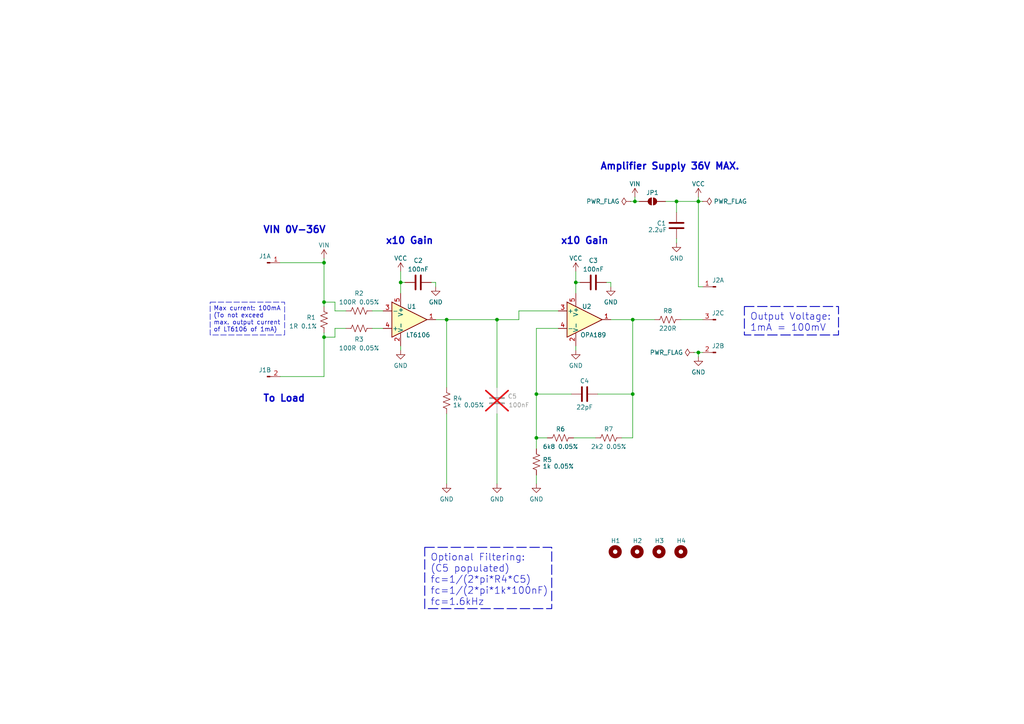
<source format=kicad_sch>
(kicad_sch (version 20230121) (generator eeschema)
  (paper "A4")
  (title_block (title "Current Sense Amplifier") (date "2023-02-27") (rev "A") (company "Designed by Tobias N.") (comment 4 "- Current Sense Amplifier -"))
  (lib_symbols
    (symbol "CurrentSenseAmplifier:C_0402_(1005_Metric)" (pin_numbers hide) (pin_names hide)
      (property "Reference" "C" (at 3.81 1.27 0))
      (property "Value" "Value" (at 6.35 -2.54 0))
      (symbol "C_0402_(1005_Metric)_0_1"
        (polyline (pts (xy -2.032 -0.762) (xy 2.032 -0.762)) (stroke (width 0.508)))
        (polyline (pts (xy -2.032 0.762) (xy 2.032 0.762)) (stroke (width 0.508)))
      )
      (symbol "C_0402_(1005_Metric)_1_1"
        (pin passive line (at 0 3.81 270) (length 2.794) (name "~") (number "1"))
        (pin passive line (at 0 -3.81 90) (length 2.794) (name "~") (number "2"))
      )
    )
    (symbol "CurrentSenseAmplifier:C_1206_(3216_Metric)" (pin_numbers hide) (pin_names hide)
      (property "Reference" "C" (at 3.81 1.27 0))
      (property "Value" "Value" (at 6.35 -2.54 0))
      (symbol "C_1206_(3216_Metric)_0_1"
        (polyline (pts (xy -2.032 -0.762) (xy 2.032 -0.762)) (stroke (width 0.508)))
        (polyline (pts (xy -2.032 0.762) (xy 2.032 0.762)) (stroke (width 0.508)))
      )
      (symbol "C_1206_(3216_Metric)_1_1"
        (pin passive line (at 0 3.81 270) (length 2.794) (name "~") (number "1"))
        (pin passive line (at 0 -3.81 90) (length 2.794) (name "~") (number "2"))
      )
    )
    (symbol "CurrentSenseAmplifier:LT6106" (pin_names (offset 0.127))
      (property "Reference" "U" (at 1.27 5.08 0))
      (property "Value" "LT6106" (at 0 -5.08 0))
      (symbol "LT6106_0_1"
        (polyline (pts (xy -5.08 5.08) (xy 5.08 0) (xy -5.08 -5.08) (xy -5.08 5.08)) (stroke (width 0.254)) (fill (type background)))
      )
      (symbol "LT6106_1_1"
        (pin open_collector line (at 7.62 0 180) (length 2.54) (name "~") (number "1"))
        (pin power_in line (at -2.54 -7.62 90) (length 3.81) (name "V-") (number "2"))
        (pin input line (at -7.62 2.54 0) (length 2.54) (name "-") (number "3"))
        (pin input line (at -7.62 -2.54 0) (length 2.54) (name "+") (number "4"))
        (pin power_in line (at -2.54 7.62 270) (length 3.81) (name "V+") (number "5"))
      )
    )
    (symbol "CurrentSenseAmplifier:MountingHole" (pin_names (offset 1.016))
      (property "Reference" "H" (at 0 5.08 0))
      (symbol "MountingHole_0_1"
        (circle (center 0 0) (radius 1.27) (stroke (width 1.27)))
      )
    )
    (symbol "CurrentSenseAmplifier:OPA189" (pin_names (offset 0.127))
      (property "Reference" "U" (at 0 5.08 0))
      (property "Value" "OPA189" (at 0 -3.81 0))
      (symbol "OPA189_0_1"
        (polyline (pts (xy -5.08 5.08) (xy 5.08 0) (xy -5.08 -5.08) (xy -5.08 5.08)) (stroke (width 0.254)) (fill (type background)))
        (pin power_in line (at -2.54 -7.62 90) (length 3.81) (name "V-") (number "2"))
        (pin power_in line (at -2.54 7.62 270) (length 3.81) (name "V+") (number "5"))
      )
      (symbol "OPA189_1_1"
        (pin output line (at 7.62 0 180) (length 2.54) (name "~") (number "1"))
        (pin input line (at -7.62 2.54 0) (length 2.54) (name "+") (number "3"))
        (pin input line (at -7.62 -2.54 0) (length 2.54) (name "-") (number "4"))
      )
    )
    (symbol "CurrentSenseAmplifier:PinHeader_1x02_P2.54mm_Vertical" (pin_names hide)
      (property "Reference" "J" (at 0 2.54 0))
      (property "Value" "Header_1x03_P2.54" (at 1.27 -5.08 0))
      (symbol "PinHeader_1x02_P2.54mm_Vertical_1_1"
        (rectangle (start -3.81 0.127) (end -2.9464 -0.127) (stroke (width 0.1524)) (fill (type outline)))
        (polyline (pts (xy -2.54 0) (xy -2.9464 0)) (stroke (width 0.1524)))
        (pin passive line (at 0 0 180) (length 2.54) (name "1") (number "1"))
      )
      (symbol "PinHeader_1x02_P2.54mm_Vertical_2_0"
        (pin passive line (at 0 0 180) (length 2.54) (name "2") (number "2"))
      )
      (symbol "PinHeader_1x02_P2.54mm_Vertical_2_1"
        (rectangle (start -3.81 0.127) (end -2.9464 -0.127) (stroke (width 0.1524)) (fill (type outline)))
        (polyline (pts (xy -2.54 0) (xy -2.9464 0)) (stroke (width 0.1524)))
      )
    )
    (symbol "CurrentSenseAmplifier:PinHeader_1x03_P2.54mm_Vertical" (pin_names hide)
      (property "Reference" "J" (at 0 2.54 0))
      (property "Value" "Header_1x03_P2.54" (at 1.27 -5.08 0))
      (symbol "PinHeader_1x03_P2.54mm_Vertical_1_1"
        (rectangle (start -3.81 0.127) (end -2.9464 -0.127) (stroke (width 0.1524)) (fill (type outline)))
        (polyline (pts (xy -2.54 0) (xy -2.9464 0)) (stroke (width 0.1524)))
        (pin passive line (at 0 0 180) (length 2.54) (name "1") (number "1"))
      )
      (symbol "PinHeader_1x03_P2.54mm_Vertical_2_0"
        (pin passive line (at 0 0 180) (length 2.54) (name "2") (number "2"))
      )
      (symbol "PinHeader_1x03_P2.54mm_Vertical_2_1"
        (rectangle (start -3.81 0.127) (end -2.9464 -0.127) (stroke (width 0.1524)) (fill (type outline)))
        (polyline (pts (xy -2.54 0) (xy -2.9464 0)) (stroke (width 0.1524)))
      )
      (symbol "PinHeader_1x03_P2.54mm_Vertical_3_0"
        (pin passive line (at 0 0 180) (length 2.54) (name "3") (number "3"))
      )
      (symbol "PinHeader_1x03_P2.54mm_Vertical_3_1"
        (rectangle (start -3.81 0.127) (end -2.9464 -0.127) (stroke (width 0.1524)) (fill (type outline)))
        (polyline (pts (xy -2.54 0) (xy -2.9464 0)) (stroke (width 0.1524)))
      )
    )
    (symbol "CurrentSenseAmplifier:R_0402_(1005_Metric)" (pin_numbers hide) (pin_names hide)
      (property "Reference" "R" (at 2.54 1.27 0))
      (property "Value" "Value" (at 5.08 -1.27 0))
      (symbol "R_0402_(1005_Metric)_0_1"
        (polyline (pts (xy 0 -2.286) (xy 0 -2.54)))
        (polyline (pts (xy 0 2.286) (xy 0 2.54)))
        (polyline (pts (xy 0 -0.762) (xy 1.016 -1.143) (xy 0 -1.524) (xy -1.016 -1.905) (xy 0 -2.286)))
        (polyline (pts (xy 0 0.762) (xy 1.016 0.381) (xy 0 0) (xy -1.016 -0.381) (xy 0 -0.762)))
        (polyline (pts (xy 0 2.286) (xy 1.016 1.905) (xy 0 1.524) (xy -1.016 1.143) (xy 0 0.762)))
      )
      (symbol "R_0402_(1005_Metric)_1_1"
        (pin passive line (at 0 3.81 270) (length 1.27) (name "~") (number "1"))
        (pin passive line (at 0 -3.81 90) (length 1.27) (name "~") (number "2"))
      )
    )
    (symbol "CurrentSenseAmplifier:R_1206_(3216_Metric)" (pin_numbers hide) (pin_names hide)
      (property "Reference" "R" (at 2.54 1.27 0))
      (property "Value" "Value" (at 5.08 -1.27 0))
      (symbol "R_1206_(3216_Metric)_0_1"
        (polyline (pts (xy 0 -2.286) (xy 0 -2.54)))
        (polyline (pts (xy 0 2.286) (xy 0 2.54)))
        (polyline (pts (xy 0 -0.762) (xy 1.016 -1.143) (xy 0 -1.524) (xy -1.016 -1.905) (xy 0 -2.286)))
        (polyline (pts (xy 0 0.762) (xy 1.016 0.381) (xy 0 0) (xy -1.016 -0.381) (xy 0 -0.762)))
        (polyline (pts (xy 0 2.286) (xy 1.016 1.905) (xy 0 1.524) (xy -1.016 1.143) (xy 0 0.762)))
      )
      (symbol "R_1206_(3216_Metric)_1_1"
        (pin passive line (at 0 3.81 270) (length 1.27) (name "~") (number "1"))
        (pin passive line (at 0 -3.81 90) (length 1.27) (name "~") (number "2"))
      )
    )
    (symbol "CurrentSenseAmplifier:SolderJumper_2" (pin_numbers hide) (pin_names (offset 0) hide) (in_bom no)
      (property "Reference" "JP" (at 0 2.032 0))
      (symbol "SolderJumper_2_0_1"
        (arc (start -0.254 1.016) (mid -1.2656 0) (end -0.254 -1.016))
        (arc (start -0.254 1.016) (mid -1.2656 0) (end -0.254 -1.016) (fill (type outline)))
        (polyline (pts (xy -0.254 1.016) (xy -0.254 -1.016)))
        (polyline (pts (xy 0.254 1.016) (xy 0.254 -1.016)))
        (arc (start 0.254 -1.016) (mid 1.2656 0) (end 0.254 1.016))
        (arc (start 0.254 -1.016) (mid 1.2656 0) (end 0.254 1.016) (fill (type outline)))
      )
      (symbol "SolderJumper_2_1_1"
        (pin passive line (at -3.81 0 0) (length 2.54) (name "A") (number "1"))
        (pin passive line (at 3.81 0 180) (length 2.54) (name "B") (number "2"))
      )
    )
    (symbol "CurrentSenseAmplifier:VIN" (power) (in_bom no) (on_board no)
      (property "Value" "VIN" (at 0 3.81 0))
      (symbol "VIN_0_1"
        (polyline (pts (xy -0.762 1.27) (xy 0 2.54)))
        (polyline (pts (xy 0 0) (xy 0 2.54)))
        (polyline (pts (xy 0 2.54) (xy 0.762 1.27)))
      )
      (symbol "VIN_1_1"
        (pin power_in line (at 0 0 90) (length 0) hide (name "VIN") (number "1"))
      )
    )
    (symbol "power:GND" (power) (pin_names (offset 0))
      (property "Value" "GND" (at 0 -3.81 0))
      (symbol "GND_0_1"
        (polyline (pts (xy 0 0) (xy 0 -1.27) (xy 1.27 -1.27) (xy 0 -2.54) (xy -1.27 -1.27) (xy 0 -1.27)))
      )
      (symbol "GND_1_1"
        (pin power_in line (at 0 0 270) (length 0) hide (name "GND") (number "1"))
      )
    )
    (symbol "power:PWR_FLAG" (power) (pin_numbers hide) (pin_names (offset 0) hide)
      (property "Value" "PWR_FLAG" (at 0 3.81 0))
      (symbol "PWR_FLAG_0_0"
        (pin power_out line (at 0 0 90) (length 0) (name "pwr") (number "1"))
      )
      (symbol "PWR_FLAG_0_1"
        (polyline (pts (xy 0 0) (xy 0 1.27) (xy -1.016 1.905) (xy 0 2.54) (xy 1.016 1.905) (xy 0 1.27)))
      )
    )
    (symbol "power:VCC" (power) (pin_names (offset 0))
      (property "Value" "VCC" (at 0 3.81 0))
      (symbol "VCC_0_1"
        (polyline (pts (xy -0.762 1.27) (xy 0 2.54)))
        (polyline (pts (xy 0 0) (xy 0 2.54)))
        (polyline (pts (xy 0 2.54) (xy 0.762 1.27)))
      )
      (symbol "VCC_1_1"
        (pin power_in line (at 0 0 90) (length 0) hide (name "VCC") (number "1"))
      )
    )
  )
  (junction (at 196.215 58.42))
  (junction (at 202.565 102.235))
  (junction (at 167.005 81.915))
  (junction (at 129.54 92.71))
  (junction (at 183.515 92.71))
  (junction (at 116.205 81.915))
  (junction (at 184.15 58.42))
  (junction (at 155.575 127))
  (junction (at 144.145 92.71))
  (junction (at 155.575 114.3))
  (junction (at 202.565 58.42))
  (junction (at 93.98 87.63))
  (junction (at 183.515 114.3))
  (junction (at 93.98 76.2))
  (junction (at 93.98 97.79))
  (wire (pts (xy 184.15 58.42) (xy 185.42 58.42)))
  (wire (pts (xy 168.275 81.915) (xy 167.005 81.915)))
  (wire (pts (xy 202.565 103.505) (xy 202.565 102.235)))
  (wire (pts (xy 183.515 127) (xy 183.515 114.3)))
  (wire (pts (xy 202.565 58.42) (xy 202.565 83.185)))
  (wire (pts (xy 202.565 58.42) (xy 203.835 58.42)))
  (wire (pts (xy 184.15 57.15) (xy 184.15 58.42)))
  (wire (pts (xy 117.475 81.915) (xy 116.205 81.915)))
  (wire (pts (xy 180.34 127) (xy 183.515 127)))
  (wire (pts (xy 197.485 92.71) (xy 203.835 92.71)))
  (wire (pts (xy 196.215 58.42) (xy 196.215 61.595)))
  (wire (pts (xy 93.98 74.93) (xy 93.98 76.2)))
  (wire (pts (xy 193.04 58.42) (xy 196.215 58.42)))
  (wire (pts (xy 182.88 58.42) (xy 184.15 58.42)))
  (wire (pts (xy 126.365 92.71) (xy 129.54 92.71)))
  (wire (pts (xy 155.575 95.25) (xy 161.925 95.25)))
  (wire (pts (xy 93.98 96.52) (xy 93.98 97.79)))
  (wire (pts (xy 183.515 114.3) (xy 183.515 92.71)))
  (wire (pts (xy 167.005 81.915) (xy 167.005 78.74)))
  (wire (pts (xy 97.155 90.17) (xy 100.33 90.17)))
  (wire (pts (xy 183.515 92.71) (xy 189.865 92.71)))
  (wire (pts (xy 129.54 112.395) (xy 129.54 92.71)))
  (wire (pts (xy 150.495 90.17) (xy 150.495 92.71)))
  (wire (pts (xy 177.165 83.185) (xy 177.165 81.915)))
  (wire (pts (xy 167.005 100.33) (xy 167.005 101.6)))
  (wire (pts (xy 81.28 76.2) (xy 93.98 76.2)))
  (wire (pts (xy 166.37 127) (xy 172.72 127)))
  (wire (pts (xy 97.155 87.63) (xy 93.98 87.63)))
  (wire (pts (xy 93.98 76.2) (xy 93.98 87.63)))
  (wire (pts (xy 183.515 92.71) (xy 177.165 92.71)))
  (wire (pts (xy 155.575 130.175) (xy 155.575 127)))
  (wire (pts (xy 107.95 95.25) (xy 111.125 95.25)))
  (wire (pts (xy 202.565 83.185) (xy 203.835 83.185)))
  (wire (pts (xy 126.365 83.185) (xy 126.365 81.915)))
  (wire (pts (xy 97.155 95.25) (xy 100.33 95.25)))
  (wire (pts (xy 155.575 114.3) (xy 155.575 95.25)))
  (wire (pts (xy 155.575 127) (xy 155.575 114.3)))
  (wire (pts (xy 129.54 120.015) (xy 129.54 140.335)))
  (wire (pts (xy 202.565 102.235) (xy 203.835 102.235)))
  (wire (pts (xy 116.205 81.915) (xy 116.205 78.74)))
  (wire (pts (xy 97.155 95.25) (xy 97.155 97.79)))
  (wire (pts (xy 144.145 92.71) (xy 144.145 112.395)))
  (wire (pts (xy 116.205 101.6) (xy 116.205 100.33)))
  (wire (pts (xy 126.365 81.915) (xy 125.095 81.915)))
  (wire (pts (xy 155.575 140.335) (xy 155.575 137.795)))
  (wire (pts (xy 144.145 140.335) (xy 144.145 120.015)))
  (wire (pts (xy 196.215 69.215) (xy 196.215 70.485)))
  (wire (pts (xy 93.98 87.63) (xy 93.98 88.9)))
  (wire (pts (xy 150.495 92.71) (xy 144.145 92.71)))
  (wire (pts (xy 202.565 57.15) (xy 202.565 58.42)))
  (wire (pts (xy 167.005 81.915) (xy 167.005 85.09)))
  (wire (pts (xy 173.355 114.3) (xy 183.515 114.3)))
  (wire (pts (xy 93.98 97.79) (xy 93.98 109.22)))
  (wire (pts (xy 93.98 97.79) (xy 97.155 97.79)))
  (wire (pts (xy 97.155 90.17) (xy 97.155 87.63)))
  (wire (pts (xy 144.145 92.71) (xy 129.54 92.71)))
  (wire (pts (xy 116.205 81.915) (xy 116.205 85.09)))
  (wire (pts (xy 155.575 127) (xy 158.75 127)))
  (wire (pts (xy 177.165 81.915) (xy 175.895 81.915)))
  (wire (pts (xy 161.925 90.17) (xy 150.495 90.17)))
  (wire (pts (xy 81.28 109.22) (xy 93.98 109.22)))
  (wire (pts (xy 107.95 90.17) (xy 111.125 90.17)))
  (wire (pts (xy 155.575 114.3) (xy 165.735 114.3)))
  (wire (pts (xy 201.295 102.235) (xy 202.565 102.235)))
  (wire (pts (xy 202.565 58.42) (xy 196.215 58.42)))
  (text_box "Output Voltage:\n1mA = 100mV" (at 215.9 88.9 0) (size 27.305 8.255) (stroke (width 0.254) (type dash)) (effects (font (size 2 2)) (justify left top)))
  (text_box "Optional Filtering:\n(C5 populated)\nfc=1/(2*pi*R4*C5)\nfc=1/(2*pi*1k*100nF)\nfc=1.6kHz" (at 123.19 158.75 0) (size 36.83 17.78) (stroke (width 0.254) (type dash)) (effects (font (size 2 2)) (justify left top)))
  (text_box "Max current: 100mA\n(To not exceed max. output current of LT6106 of 1mA)" (at 60.96 87.63 0) (size 21.59 9.525) (stroke (width 0) (type dash)) (effects (font (size 1.27 1.27)) (justify left top)))
  (text "x10 Gain" (at 162.56 71.12 0) (effects (font (size 2 2) (thickness 0.4) bold) (justify left bottom)))
  (text "x10 Gain" (at 111.76 71.12 0) (effects (font (size 2 2) (thickness 0.4) bold) (justify left bottom)))
  (text "VIN 0V-36V" (at 76.2 67.945 0) (effects (font (size 2 2) (thickness 0.4) bold) (justify left bottom)))
  (text "To Load" (at 76.2 116.84 0) (effects (font (size 2 2) (thickness 0.4) bold) (justify left bottom)))
  (text "Amplifier Supply 36V MAX." (at 173.99 49.53 0) (effects (font (size 2 2) (thickness 0.4) bold) (justify left bottom)))
  (symbol (lib_id "power:GND") (at 144.145 140.335 0) (unit 1)
    (property "Reference" "#PWR09" (effects hide))
    (property "Value" "GND" (at 144.145 144.78 0))
  )
  (symbol (lib_id "power:VCC") (at 116.205 78.74 0) (unit 1)
    (property "Reference" "#PWR01" (effects hide))
    (property "Value" "VCC" (at 116.205 74.93 0))
  )
  (symbol (lib_id "CurrentSenseAmplifier:R_0402_(1005_Metric)") (at 129.54 116.205 180) (unit 1)
    (property "Reference" "R4" (at 132.715 115.57 0))
    (property "Value" "1k 0.05%" (at 135.89 117.475 0))
    (property "Footprint" "CurrentSenseAmplifier:R_0402_(1005_Metric)" (effects hide))
    (property "Manufacturer" "Susumu" (effects hide))
    (property "Manufacturer Part Number" "RG1005V-102-W-T1" (effects hide))
    (property "Distributor" "Mouser" (effects hide))
    (property "Distributor Part Number" "754-RG1005V-102-WT1" (effects hide))
    (property "Description" "1k-0.05%-0402-62.5mW-5ppm" (effects hide))
  )
  (symbol (lib_id "CurrentSenseAmplifier:PinHeader_1x03_P2.54mm_Vertical") (at 203.835 102.235 180) (unit 2)
    (property "Reference" "J2" (at 208.28 100.33 0))
    (property "Value" "Header_1x03_P2.54" (effects hide))
    (property "Footprint" "CurrentSenseAmplifier:PinHeader_1x03_P2.54mm_Vertical" (effects hide))
    (property "Datasheet" "https://www.mouser.de/datasheet/2/527/tsw_th-2854687.pdf" (effects hide))
    (property "Manufacturer" "Samtec" (effects hide))
    (property "Manufacturer Part Number" "TSW-103-08-F-S" (effects hide))
    (property "Distributor" "Mouser" (effects hide))
    (property "Distributor Part Number" " 200-TSW10308FS" (effects hide))
    (property "Description" "PCB Header Strips 2.54mm pitch" (effects hide))
  )
  (symbol (lib_id "CurrentSenseAmplifier:R_0402_(1005_Metric)") (at 162.56 127 90) (unit 1)
    (property "Reference" "R6" (at 162.56 124.46 90))
    (property "Value" "6k8 0.05%" (at 162.56 129.54 90))
    (property "Footprint" "CurrentSenseAmplifier:R_0402_(1005_Metric)" (effects hide))
    (property "Manufacturer" "Panasonic Electronic Components" (effects hide))
    (property "Manufacturer Part Number" "ERA-2VRW6801X" (effects hide))
    (property "Distributor" "Digikey" (effects hide))
    (property "Distributor Part Number" "10-ERA-2VRW6801XCT-ND" (effects hide))
    (property "Description" "6.8k-0.05%-0402-100mW-10ppm" (effects hide))
  )
  (symbol (lib_id "CurrentSenseAmplifier:PinHeader_1x03_P2.54mm_Vertical") (at 203.835 92.71 180) (unit 3)
    (property "Reference" "J2" (at 208.28 90.805 0))
    (property "Value" "Header_1x03_P2.54" (effects hide))
    (property "Footprint" "CurrentSenseAmplifier:PinHeader_1x03_P2.54mm_Vertical" (effects hide))
    (property "Datasheet" "https://www.mouser.de/datasheet/2/527/tsw_th-2854687.pdf" (effects hide))
    (property "Manufacturer" "Samtec" (effects hide))
    (property "Manufacturer Part Number" "TSW-103-08-F-S" (effects hide))
    (property "Distributor" "Mouser" (effects hide))
    (property "Distributor Part Number" " 200-TSW10308FS" (effects hide))
    (property "Description" "PCB Header Strips 2.54mm pitch" (effects hide))
  )
  (symbol (lib_id "CurrentSenseAmplifier:R_0402_(1005_Metric)") (at 104.14 90.17 90) (unit 1)
    (property "Reference" "R2" (at 104.14 85.09 90))
    (property "Value" "100R 0.05%" (at 104.14 87.63 90))
    (property "Footprint" "CurrentSenseAmplifier:R_0402_(1005_Metric)" (effects hide))
    (property "Datasheet" "https://www.mouser.de/datasheet/2/392/n_catalog_partition01_en-1140338.pdf" (effects hide))
    (property "Manufacturer" "Susumu" (effects hide))
    (property "Manufacturer Part Number" "RG1005N-101-W-T5" (effects hide))
    (property "Distributor" "Mouser" (effects hide))
    (property "Distributor Part Number" "754-RG1005N-101-WT5" (effects hide))
    (property "Description" "100R-0.05%-0402-62.5mW-10ppm" (effects hide))
  )
  (symbol (lib_id "power:GND") (at 177.165 83.185 0) (unit 1)
    (property "Reference" "#PWR06" (effects hide))
    (property "Value" "GND" (at 177.165 87.63 0))
  )
  (symbol (lib_id "CurrentSenseAmplifier:PinHeader_1x02_P2.54mm_Vertical") (at 81.28 76.2 0) (unit 1)
    (property "Reference" "J1" (at 76.835 74.295 0))
    (property "Value" "Header_1x03_P2.54" (effects hide))
    (property "Footprint" "CurrentSenseAmplifier:PinHeader_1x02_P2.54mm_Vertical" (effects hide))
    (property "Datasheet" "https://www.mouser.de/datasheet/2/527/tsw_th-2854687.pdf" (effects hide))
    (property "Manufacturer" "Samtec" (effects hide))
    (property "Manufacturer Part Number" "TSW-102-08-F-S" (effects hide))
    (property "Distributor" "Mouser" (effects hide))
    (property "Distributor Part Number" "200-TSW10208FS" (effects hide))
    (property "Description" "PCB Header Strips 2.54mm pitch" (effects hide))
  )
  (symbol (lib_id "CurrentSenseAmplifier:PinHeader_1x03_P2.54mm_Vertical") (at 203.835 83.185 180) (unit 1)
    (property "Reference" "J2" (at 208.28 81.28 0))
    (property "Value" "Header_1x03_P2.54" (effects hide))
    (property "Footprint" "CurrentSenseAmplifier:PinHeader_1x03_P2.54mm_Vertical" (effects hide))
    (property "Datasheet" "https://www.mouser.de/datasheet/2/527/tsw_th-2854687.pdf" (effects hide))
    (property "Manufacturer" "Samtec" (effects hide))
    (property "Manufacturer Part Number" "TSW-103-08-F-S" (effects hide))
    (property "Distributor" "Mouser" (effects hide))
    (property "Distributor Part Number" " 200-TSW10308FS" (effects hide))
    (property "Description" "PCB Header Strips 2.54mm pitch" (effects hide))
  )
  (symbol (lib_id "CurrentSenseAmplifier:C_0402_(1005_Metric)") (at 172.085 81.915 90) (unit 1)
    (property "Reference" "C3" (at 172.085 75.565 90))
    (property "Value" "100nF" (at 172.085 78.105 90))
    (property "Footprint" "CurrentSenseAmplifier:C_0402_(1005_Metric)" (effects hide))
    (property "Manufacturer" "KEMET" (effects hide))
    (property "Manufacturer Part Number" "C0402C104M3RACTU" (effects hide))
    (property "Distributor" "Mouser" (effects hide))
    (property "Distributor Part Number" "80-C0402C104M3R" (effects hide))
    (property "Description" "100nF-20%-0402-X7R-25V" (effects hide))
  )
  (symbol (lib_id "power:VCC") (at 167.005 78.74 0) (unit 1)
    (property "Reference" "#PWR05" (effects hide))
    (property "Value" "VCC" (at 167.005 74.93 0))
  )
  (symbol (lib_id "CurrentSenseAmplifier:R_0402_(1005_Metric)") (at 104.14 95.25 90) (unit 1)
    (property "Reference" "R3" (at 104.14 98.425 90))
    (property "Value" "100R 0.05%" (at 104.14 100.965 90))
    (property "Footprint" "CurrentSenseAmplifier:R_0402_(1005_Metric)" (effects hide))
    (property "Datasheet" "https://www.mouser.de/datasheet/2/392/n_catalog_partition01_en-1140338.pdf" (effects hide))
    (property "Manufacturer" "Susumu" (effects hide))
    (property "Manufacturer Part Number" "RG1005N-101-W-T5" (effects hide))
    (property "Distributor" "Mouser" (effects hide))
    (property "Distributor Part Number" "754-RG1005N-101-WT5" (effects hide))
    (property "Description" "100R-0.05%-0402-62.5mW-10ppm" (effects hide))
  )
  (symbol (lib_id "power:GND") (at 129.54 140.335 0) (unit 1)
    (property "Reference" "#PWR08" (effects hide))
    (property "Value" "GND" (at 129.54 144.78 0))
  )
  (symbol (lib_id "power:PWR_FLAG") (at 182.88 58.42 90) (unit 1)
    (property "Reference" "#FLG01" (effects hide))
    (property "Value" "PWR_FLAG" (at 179.705 58.42 90) (effects (justify left)))
  )
  (symbol (lib_id "CurrentSenseAmplifier:C_0402_(1005_Metric)") (at 121.285 81.915 90) (unit 1)
    (property "Reference" "C2" (at 121.285 75.565 90))
    (property "Value" "100nF" (at 121.285 78.105 90))
    (property "Footprint" "CurrentSenseAmplifier:C_0402_(1005_Metric)" (effects hide))
    (property "Manufacturer" "KEMET" (effects hide))
    (property "Manufacturer Part Number" "C0402C104M3RACTU" (effects hide))
    (property "Distributor" "Mouser" (effects hide))
    (property "Distributor Part Number" "80-C0402C104M3R" (effects hide))
    (property "Description" "100nF-20%-0402-X7R-25V" (effects hide))
  )
  (symbol (lib_id "CurrentSenseAmplifier:LT6106") (at 118.745 92.71 0) (unit 1)
    (property "Reference" "U1" (at 119.38 88.9 0))
    (property "Value" "LT6106" (at 121.285 97.155 0))
    (property "Footprint" "CurrentSenseAmplifier:SOT-23-5" (effects hide))
    (property "Datasheet" "https://www.analog.com/media/en/technical-documentation/data-sheets/LT6106.pdf" (effects hide))
    (property "Manufacturer" "Analog Devices" (effects hide))
    (property "Manufacturer Part Number" "LT6106IS5#TRMPBF" (effects hide))
    (property "Distributor" "Mouser" (effects hide))
    (property "Distributor Part Number" "584-LT6106IS5#TRMPBF" (effects hide))
    (property "Description" "36V Low Cost High Side Current Sensor" (effects hide))
  )
  (symbol (lib_id "CurrentSenseAmplifier:C_0402_(1005_Metric)") (at 144.145 116.205 0) (unit 1) (dnp yes)
    (property "Reference" "C5" (at 148.59 114.935 0))
    (property "Value" "100nF" (at 150.495 117.475 0))
    (property "Footprint" "CurrentSenseAmplifier:C_0402_(1005_Metric)" (effects hide))
    (property "Manufacturer" "KEMET" (effects hide))
    (property "Manufacturer Part Number" "C0402C104M3RACTU" (effects hide))
    (property "Distributor" "Mouser" (effects hide))
    (property "Distributor Part Number" "80-C0402C104M3R" (effects hide))
    (property "Description" "100nF-20%-0402-X7R-25V" (effects hide))
  )
  (symbol (lib_id "CurrentSenseAmplifier:C_0402_(1005_Metric)") (at 169.545 114.3 90) (unit 1)
    (property "Reference" "C4" (at 169.545 110.49 90))
    (property "Value" "22pF" (at 169.545 118.11 90))
    (property "Footprint" "CurrentSenseAmplifier:C_0402_(1005_Metric)" (effects hide))
    (property "Manufacturer" "KEMET" (effects hide))
    (property "Manufacturer Part Number" "C0402C220J5GACTU" (effects hide))
    (property "Distributor" "Mouser" (effects hide))
    (property "Distributor Part Number" "80-C0402C220J5G" (effects hide))
    (property "Description" "22pF-5%-0402-C0G-50V" (effects hide))
  )
  (symbol (lib_id "CurrentSenseAmplifier:VIN") (at 184.15 57.15 0) (unit 1) (in_bom no) (on_board no)
    (property "Reference" "#PWRIN01" (effects hide))
    (property "Value" "VIN" (at 184.15 53.34 0))
  )
  (symbol (lib_id "CurrentSenseAmplifier:R_1206_(3216_Metric)") (at 93.98 92.71 0) (unit 1)
    (property "Reference" "R1" (at 88.9 92.075 0) (effects (justify left)))
    (property "Value" "1R 0.1%" (at 83.82 94.615 0) (effects (justify left)))
    (property "Footprint" "CurrentSenseAmplifier:R_1206_(3216_Metric)" (effects hide))
    (property "Datasheet" "https://www.mouser.de/datasheet/2/418/8/ENG_DS_1773200_N2-2297789.pdf" (effects hide))
    (property "Manufacturer" "TE Connectivity / Holsworthy" (effects hide))
    (property "Manufacturer Part Number" "CPF1206B1R0E1" (effects hide))
    (property "Distributor" "Mouser" (effects hide))
    (property "Distributor Part Number" "279-CPF1206B1R0E1" (effects hide))
    (property "Description" "1R-0.1%-1206-125mW-25ppm" (effects hide))
  )
  (symbol (lib_id "CurrentSenseAmplifier:OPA189") (at 169.545 92.71 0) (unit 1)
    (property "Reference" "U2" (at 170.18 88.9 0))
    (property "Value" "OPA189" (at 172.085 97.155 0))
    (property "Footprint" "CurrentSenseAmplifier:SOT-23-5" (effects hide))
    (property "Datasheet" "https://www.ti.com/lit/ds/symlink/opa189.pdf?ts=1627650012146&ref_url=https%253A%252F%252Fwww.google.com%252F" (effects hide))
    (property "Manufacturer" "Texas Instruments" (effects hide))
    (property "Manufacturer Part Number" "OPA189IDBVR" (effects hide))
    (property "Distributor" "Mouser" (effects hide))
    (property "Distributor Part Number" " 595-OPA189IDBVR" (effects hide))
    (property "Description" "Precision Amplifier" (effects hide))
  )
  (symbol (lib_id "CurrentSenseAmplifier:MountingHole") (at 178.435 160.02 0) (unit 1)
    (property "Reference" "H1" (at 177.165 156.845 0) (effects (justify left)))
    (property "Value" "MountingHole" (effects hide))
    (property "Footprint" "CurrentSenseAmplifier:MountingHole_M2" (effects hide))
  )
  (symbol (lib_id "power:GND") (at 116.205 101.6 0) (unit 1)
    (property "Reference" "#PWR02" (effects hide))
    (property "Value" "GND" (at 116.205 106.045 0))
  )
  (symbol (lib_id "power:GND") (at 155.575 140.335 0) (unit 1)
    (property "Reference" "#PWR04" (effects hide))
    (property "Value" "GND" (at 155.575 144.78 0))
  )
  (symbol (lib_id "power:VCC") (at 202.565 57.15 0) (unit 1)
    (property "Reference" "#PWR012" (effects hide))
    (property "Value" "VCC" (at 202.565 53.34 0))
  )
  (symbol (lib_id "CurrentSenseAmplifier:VIN") (at 93.98 74.93 0) (unit 1) (in_bom no) (on_board no)
    (property "Reference" "#PWRIN02" (effects hide))
    (property "Value" "VIN" (at 93.98 71.12 0))
  )
  (symbol (lib_id "power:GND") (at 126.365 83.185 0) (unit 1)
    (property "Reference" "#PWR07" (effects hide))
    (property "Value" "GND" (at 126.365 87.63 0))
  )
  (symbol (lib_id "CurrentSenseAmplifier:R_0402_(1005_Metric)") (at 155.575 133.985 180) (unit 1)
    (property "Reference" "R5" (at 158.75 133.35 0))
    (property "Value" "1k 0.05%" (at 161.925 135.255 0))
    (property "Footprint" "CurrentSenseAmplifier:R_0402_(1005_Metric)" (effects hide))
    (property "Manufacturer" "Susumu" (effects hide))
    (property "Manufacturer Part Number" "RG1005V-102-W-T1" (effects hide))
    (property "Distributor" "Mouser" (effects hide))
    (property "Distributor Part Number" "754-RG1005V-102-WT1" (effects hide))
    (property "Description" "1k-0.05%-0402-62.5mW-5ppm" (effects hide))
  )
  (symbol (lib_id "CurrentSenseAmplifier:SolderJumper_2") (at 189.23 58.42 0) (unit 1) (in_bom no)
    (property "Reference" "JP1" (at 189.23 55.88 0))
    (property "Value" "SolderJumper_2" (effects hide))
    (property "Footprint" "CurrentSenseAmplifier:SolderJumper-2" (effects hide))
  )
  (symbol (lib_id "power:PWR_FLAG") (at 203.835 58.42 270) (unit 1)
    (property "Reference" "#FLG02" (effects hide))
    (property "Value" "PWR_FLAG" (at 207.01 58.42 90) (effects (justify left)))
  )
  (symbol (lib_id "power:PWR_FLAG") (at 201.295 102.235 90) (unit 1)
    (property "Reference" "#FLG03" (effects hide))
    (property "Value" "PWR_FLAG" (at 198.12 102.235 90) (effects (justify left)))
  )
  (symbol (lib_id "power:GND") (at 202.565 103.505 0) (unit 1)
    (property "Reference" "#PWR011" (effects hide))
    (property "Value" "GND" (at 202.565 107.95 0))
  )
  (symbol (lib_id "power:GND") (at 196.215 70.485 0) (unit 1)
    (property "Reference" "#PWR010" (effects hide))
    (property "Value" "GND" (at 196.215 74.93 0))
  )
  (symbol (lib_id "CurrentSenseAmplifier:MountingHole") (at 197.485 160.02 0) (unit 1)
    (property "Reference" "H4" (at 196.215 156.845 0) (effects (justify left)))
    (property "Value" "MountingHole" (effects hide))
    (property "Footprint" "CurrentSenseAmplifier:MountingHole_M2" (effects hide))
  )
  (symbol (lib_id "CurrentSenseAmplifier:PinHeader_1x02_P2.54mm_Vertical") (at 81.28 109.22 0) (unit 2)
    (property "Reference" "J1" (at 76.835 107.315 0))
    (property "Value" "Header_1x03_P2.54" (effects hide))
    (property "Footprint" "CurrentSenseAmplifier:PinHeader_1x02_P2.54mm_Vertical" (effects hide))
    (property "Datasheet" "https://www.mouser.de/datasheet/2/527/tsw_th-2854687.pdf" (effects hide))
    (property "Manufacturer" "Samtec" (effects hide))
    (property "Manufacturer Part Number" "TSW-102-08-F-S" (effects hide))
    (property "Distributor" "Mouser" (effects hide))
    (property "Distributor Part Number" "200-TSW10208FS" (effects hide))
    (property "Description" "PCB Header Strips 2.54mm pitch" (effects hide))
  )
  (symbol (lib_id "power:GND") (at 167.005 101.6 0) (unit 1)
    (property "Reference" "#PWR03" (effects hide))
    (property "Value" "GND" (at 167.005 106.045 0))
  )
  (symbol (lib_id "CurrentSenseAmplifier:C_1206_(3216_Metric)") (at 196.215 65.405 0) (unit 1)
    (property "Reference" "C1" (at 190.5 64.77 0) (effects (justify left)))
    (property "Value" "2.2uF" (at 187.96 66.675 0) (effects (justify left)))
    (property "Footprint" "CurrentSenseAmplifier:C_1206_(3216_Metric)" (effects hide))
    (property "Datasheet" "https://www.mouser.de/datasheet/2/212/KEM_C1002_X7R_SMD-1102033.pdf" (effects hide))
    (property "Manufacturer" "KEMET" (effects hide))
    (property "Manufacturer Part Number" "C1206C225K5RACTU" (effects hide))
    (property "Distributor" "Mouser" (effects hide))
    (property "Distributor Part Number" "80-C1206C225K5R" (effects hide))
    (property "Description" "2.2uF-10%-1206-X7R-50V" (effects hide))
  )
  (symbol (lib_id "CurrentSenseAmplifier:MountingHole") (at 184.785 160.02 0) (unit 1)
    (property "Reference" "H2" (at 183.515 156.845 0) (effects (justify left)))
    (property "Value" "MountingHole" (effects hide))
    (property "Footprint" "CurrentSenseAmplifier:MountingHole_M2" (effects hide))
  )
  (symbol (lib_id "CurrentSenseAmplifier:R_0402_(1005_Metric)") (at 193.675 92.71 90) (unit 1)
    (property "Reference" "R8" (at 193.675 90.17 90))
    (property "Value" "220R" (at 193.675 95.25 90))
    (property "Footprint" "CurrentSenseAmplifier:R_0402_(1005_Metric)" (effects hide))
    (property "Datasheet" "https://www.mouser.de/datasheet/2/447/PYu_RC_Group_51_RoHS_L_11-1984063.pdf" (effects hide))
    (property "Manufacturer" "YAGEO" (effects hide))
    (property "Manufacturer Part Number" "RC0402FR-13220RL" (effects hide))
    (property "Distributor" "Mouser" (effects hide))
    (property "Distributor Part Number" " 603-RC0402FR-13220RL" (effects hide))
    (property "Description" "220R-1%-0402-62.5mW-100ppm" (effects hide))
  )
  (symbol (lib_id "CurrentSenseAmplifier:MountingHole") (at 191.135 160.02 0) (unit 1)
    (property "Reference" "H3" (at 189.865 156.845 0) (effects (justify left)))
    (property "Value" "MountingHole" (effects hide))
    (property "Footprint" "CurrentSenseAmplifier:MountingHole_M2" (effects hide))
  )
  (symbol (lib_id "CurrentSenseAmplifier:R_0402_(1005_Metric)") (at 176.53 127 90) (unit 1)
    (property "Reference" "R7" (at 176.53 124.46 90))
    (property "Value" "2k2 0.05%" (at 176.53 129.54 90))
    (property "Footprint" "CurrentSenseAmplifier:R_0402_(1005_Metric)" (effects hide))
    (property "Manufacturer" "Panasonic Electronic Components" (effects hide))
    (property "Manufacturer Part Number" "ERA-2VRW2201X" (effects hide))
    (property "Distributor" "Digikey" (effects hide))
    (property "Distributor Part Number" "10-ERA-2VRW2201XCT-ND" (effects hide))
    (property "Description" "2.2k-0.05%-0402-100mW-10ppm" (effects hide))
  )
)
</source>
